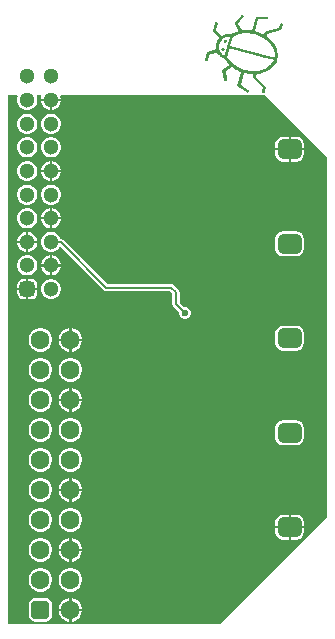
<source format=gbl>
G04*
G04 #@! TF.GenerationSoftware,Altium Limited,Altium Designer,23.3.1 (30)*
G04*
G04 Layer_Physical_Order=2*
G04 Layer_Color=16711680*
%FSLAX44Y44*%
%MOMM*%
G71*
G04*
G04 #@! TF.SameCoordinates,3F57623D-7EA3-4023-A88F-E5603923C6E2*
G04*
G04*
G04 #@! TF.FilePolarity,Positive*
G04*
G01*
G75*
%ADD10C,0.2000*%
G04:AMPARAMS|DCode=36|XSize=1.7mm|YSize=2mm|CornerRadius=0.425mm|HoleSize=0mm|Usage=FLASHONLY|Rotation=90.000|XOffset=0mm|YOffset=0mm|HoleType=Round|Shape=RoundedRectangle|*
%AMROUNDEDRECTD36*
21,1,1.7000,1.1500,0,0,90.0*
21,1,0.8500,2.0000,0,0,90.0*
1,1,0.8500,0.5750,0.4250*
1,1,0.8500,0.5750,-0.4250*
1,1,0.8500,-0.5750,-0.4250*
1,1,0.8500,-0.5750,0.4250*
%
%ADD36ROUNDEDRECTD36*%
%ADD37C,1.3000*%
G04:AMPARAMS|DCode=38|XSize=1.3mm|YSize=1.3mm|CornerRadius=0.325mm|HoleSize=0mm|Usage=FLASHONLY|Rotation=90.000|XOffset=0mm|YOffset=0mm|HoleType=Round|Shape=RoundedRectangle|*
%AMROUNDEDRECTD38*
21,1,1.3000,0.6500,0,0,90.0*
21,1,0.6500,1.3000,0,0,90.0*
1,1,0.6500,0.3250,0.3250*
1,1,0.6500,0.3250,-0.3250*
1,1,0.6500,-0.3250,-0.3250*
1,1,0.6500,-0.3250,0.3250*
%
%ADD38ROUNDEDRECTD38*%
%ADD39C,1.6000*%
G04:AMPARAMS|DCode=40|XSize=1.6mm|YSize=1.6mm|CornerRadius=0.4mm|HoleSize=0mm|Usage=FLASHONLY|Rotation=90.000|XOffset=0mm|YOffset=0mm|HoleType=Round|Shape=RoundedRectangle|*
%AMROUNDEDRECTD40*
21,1,1.6000,0.8000,0,0,90.0*
21,1,0.8000,1.6000,0,0,90.0*
1,1,0.8000,0.4000,0.4000*
1,1,0.8000,0.4000,-0.4000*
1,1,0.8000,-0.4000,-0.4000*
1,1,0.8000,-0.4000,0.4000*
%
%ADD40ROUNDEDRECTD40*%
%ADD41C,0.6000*%
G36*
X220548Y663600D02*
X220882Y663277D01*
X221051Y662833D01*
X220998Y662300D01*
X220668Y661711D01*
X216319Y655775D01*
X219369Y650667D01*
X219824Y650714D01*
X220333Y650752D01*
X220880Y650781D01*
X221448Y650804D01*
X222021Y650822D01*
X222581Y650837D01*
X223112Y650849D01*
X223598Y650860D01*
X224179Y650871D01*
X224753Y650873D01*
X225323Y650861D01*
X225892Y650832D01*
X226462Y650780D01*
X227037Y650702D01*
X227618Y650595D01*
X228208Y650452D01*
X231462Y662213D01*
X240805Y662362D01*
X241221Y662288D01*
X241519Y662063D01*
X241695Y661737D01*
X241748Y661358D01*
X241673Y660977D01*
X241467Y660643D01*
X241128Y660405D01*
X240651Y660314D01*
X233570Y660289D01*
X230823Y650037D01*
X231701Y649769D01*
X232649Y649427D01*
X233639Y649031D01*
X234639Y648603D01*
X235619Y648162D01*
X236550Y647730D01*
X237402Y647327D01*
X238144Y646974D01*
X238731Y649374D01*
X239982Y649772D01*
X241437Y650212D01*
X243033Y650679D01*
X244708Y651158D01*
X246399Y651636D01*
X248043Y652097D01*
X249578Y652528D01*
X250943Y652914D01*
X251761Y655872D01*
X251974Y656273D01*
X252312Y656504D01*
X252724Y656587D01*
X253157Y656541D01*
X253559Y656387D01*
X253881Y656145D01*
X254069Y655834D01*
X254071Y655477D01*
X252762Y650764D01*
X241075Y647579D01*
X240617Y645568D01*
X241633Y644782D01*
X242654Y643938D01*
X243665Y643028D01*
X244650Y642046D01*
X245593Y640986D01*
X246480Y639840D01*
X247296Y638602D01*
X248024Y637267D01*
X248854Y634949D01*
X249450Y632680D01*
X249782Y630463D01*
X249821Y628302D01*
X249538Y626201D01*
X248903Y624164D01*
X247887Y622194D01*
X247148Y621213D01*
X244252Y621989D01*
X246750Y625500D01*
X244618Y626129D01*
X245197Y628292D01*
X247399Y627702D01*
X247414Y629351D01*
X247355Y630818D01*
X247204Y632152D01*
X246940Y633402D01*
X246544Y634616D01*
X245996Y635842D01*
X245276Y637130D01*
X244364Y638528D01*
X242437Y640806D01*
X240029Y642841D01*
X237251Y644604D01*
X234214Y646065D01*
X231028Y647197D01*
X227804Y647971D01*
X224654Y648357D01*
X221686Y648327D01*
X219986Y648120D01*
X218439Y647845D01*
X217032Y647515D01*
X215751Y647141D01*
X214584Y646737D01*
X213518Y646315D01*
X212538Y645887D01*
X211634Y645467D01*
X209655Y637816D01*
X245182Y628296D01*
X244603Y626134D01*
X244028Y626303D01*
X239418Y627600D01*
X233580Y629213D01*
X227176Y630965D01*
X220867Y632678D01*
X215315Y634176D01*
X211180Y635281D01*
X209123Y635816D01*
X208925Y635078D01*
X208679Y634165D01*
X208403Y633133D01*
X208113Y632036D01*
X207826Y630928D01*
X207707Y630458D01*
X205508Y631047D01*
X209325Y645294D01*
X207646Y645238D01*
X206105Y644970D01*
X204709Y644489D01*
X203468Y643791D01*
X202388Y642875D01*
X201477Y641738D01*
X200742Y640379D01*
X200193Y638795D01*
X199961Y637366D01*
X200007Y635922D01*
X200311Y634505D01*
X200855Y633159D01*
X201620Y631926D01*
X202586Y630848D01*
X203734Y629967D01*
X205046Y629326D01*
X205503Y631032D01*
X207704Y630443D01*
X207557Y629863D01*
X207323Y628895D01*
X207139Y628080D01*
X211011Y623267D01*
X215991Y619631D01*
X221679Y617224D01*
X227677Y616100D01*
X233582Y616311D01*
X238997Y617914D01*
X243519Y620958D01*
X244242Y621975D01*
X247138Y621199D01*
X246459Y620297D01*
X244504Y618490D01*
X242452Y617039D01*
X240372Y615901D01*
X238332Y615036D01*
X236399Y614400D01*
X234643Y613954D01*
X233132Y613656D01*
X231934Y613464D01*
X231435Y611412D01*
X239922Y602766D01*
X238699Y598137D01*
X238529Y597842D01*
X238222Y597664D01*
X237833Y597600D01*
X237416Y597648D01*
X237027Y597805D01*
X236721Y598068D01*
X236551Y598437D01*
X236573Y598907D01*
X237379Y601977D01*
X228582Y611060D01*
X229127Y613471D01*
X228301Y613521D01*
X227424Y613609D01*
X226502Y613734D01*
X225540Y613893D01*
X224543Y614084D01*
X223515Y614306D01*
X222462Y614556D01*
X221390Y614833D01*
X218570Y604309D01*
X224930Y600382D01*
X225261Y600055D01*
X225415Y599638D01*
X225417Y599183D01*
X225295Y598743D01*
X225074Y598370D01*
X224781Y598117D01*
X224442Y598038D01*
X224082Y598183D01*
X215680Y603233D01*
X218850Y615514D01*
X218014Y615809D01*
X217032Y616240D01*
X215961Y616773D01*
X214853Y617377D01*
X213767Y618019D01*
X212757Y618666D01*
X211878Y619285D01*
X211187Y619843D01*
X205904Y616682D01*
X206695Y609224D01*
X206649Y608599D01*
X206403Y608145D01*
X206017Y607860D01*
X205554Y607745D01*
X205075Y607798D01*
X204641Y608018D01*
X204314Y608404D01*
X204156Y608956D01*
X202961Y617438D01*
X203739Y617984D01*
X204534Y618527D01*
X205336Y619063D01*
X206133Y619589D01*
X206916Y620102D01*
X207676Y620599D01*
X208401Y621077D01*
X209082Y621532D01*
X208418Y622176D01*
X207758Y622854D01*
X207437Y623210D01*
X207125Y623579D01*
X206825Y623961D01*
X206539Y624359D01*
X206169Y624948D01*
X205944Y625380D01*
X205800Y625697D01*
X205676Y625939D01*
X205509Y626145D01*
X205236Y626356D01*
X204795Y626611D01*
X204123Y626952D01*
X203165Y627479D01*
X202379Y627968D01*
X201722Y628449D01*
X201145Y628954D01*
X200605Y629513D01*
X200056Y630157D01*
X199452Y630917D01*
X198748Y631825D01*
X198158Y631689D01*
X197363Y631500D01*
X196427Y631273D01*
X195413Y631024D01*
X194384Y630767D01*
X193402Y630517D01*
X192531Y630290D01*
X191834Y630100D01*
X190616Y625052D01*
X190432Y624665D01*
X190138Y624427D01*
X189782Y624328D01*
X189407Y624354D01*
X189060Y624492D01*
X188785Y624730D01*
X188629Y625056D01*
X188637Y625456D01*
X190260Y632163D01*
X197811Y634510D01*
X197562Y636006D01*
X197467Y637379D01*
X197534Y638654D01*
X197769Y639858D01*
X198178Y641015D01*
X198768Y642153D01*
X199545Y643295D01*
X200516Y644469D01*
X195218Y650341D01*
X196893Y657003D01*
X197082Y657353D01*
X197404Y657573D01*
X197803Y657664D01*
X198223Y657625D01*
X198607Y657453D01*
X198899Y657148D01*
X199042Y656709D01*
X198982Y656135D01*
X197785Y651210D01*
X202621Y646280D01*
X203524Y646660D01*
X204336Y646999D01*
X204746Y647154D01*
X205177Y647301D01*
X205647Y647441D01*
X206168Y647574D01*
X206868Y647717D01*
X207421Y647788D01*
X207872Y647806D01*
X208262Y647789D01*
X208632Y647756D01*
X209027Y647726D01*
X209488Y647716D01*
X210056Y647747D01*
X210599Y647859D01*
X211339Y648095D01*
X212221Y648421D01*
X213187Y648803D01*
X214181Y649207D01*
X215147Y649598D01*
X216026Y649941D01*
X216764Y650203D01*
X216317Y650990D01*
X215878Y651766D01*
X215447Y652538D01*
X215021Y653309D01*
X214601Y654085D01*
X214186Y654871D01*
X213776Y655673D01*
X213368Y656495D01*
X218693Y663066D01*
X219122Y663537D01*
X219612Y663761D01*
X220106Y663772D01*
X220548Y663600D01*
D02*
G37*
G36*
X205927Y642840D02*
X206345Y642528D01*
X206632Y642086D01*
X206760Y641578D01*
X206777Y641367D01*
X206441Y640623D01*
X205940Y640305D01*
X205341Y640203D01*
X204819Y640325D01*
X204398Y640618D01*
X204109Y641031D01*
X203977Y641509D01*
X204030Y642000D01*
X204225Y642333D01*
X204948Y642847D01*
X205403Y642956D01*
X205927Y642840D01*
D02*
G37*
G36*
X204007Y635924D02*
X204452Y635642D01*
X204778Y635227D01*
X204954Y634739D01*
X204879Y634263D01*
X204730Y633795D01*
X204266Y633462D01*
X203683Y633333D01*
X203153Y633426D01*
X202708Y633690D01*
X202379Y634077D01*
X202201Y634535D01*
X202274Y634995D01*
X202425Y635467D01*
X202892Y635842D01*
X203477Y636011D01*
X204007Y635924D01*
D02*
G37*
G36*
X236265Y595913D02*
X236654Y595756D01*
X236923Y595705D01*
X237184Y595622D01*
X237601Y595574D01*
X237882Y595597D01*
X238164Y595588D01*
X238553Y595652D01*
X238768Y595732D01*
X261731Y572769D01*
X292000Y542500D01*
Y239000D01*
X201250Y148250D01*
X21500D01*
Y596000D01*
X29221D01*
X29825Y594730D01*
X29300Y592769D01*
Y590531D01*
X29879Y588369D01*
X30998Y586431D01*
X32581Y584848D01*
X34519Y583729D01*
X36681Y583150D01*
X38919D01*
X41081Y583729D01*
X43019Y584848D01*
X44602Y586431D01*
X45721Y588369D01*
X46300Y590531D01*
Y592769D01*
X45775Y594730D01*
X46379Y596000D01*
X49221D01*
X49826Y594730D01*
X49300Y592769D01*
Y592650D01*
X57800D01*
X66300D01*
Y592769D01*
X65775Y594730D01*
X66379Y596000D01*
X224451D01*
X224459Y595998D01*
X224467Y596000D01*
X236132D01*
X236265Y595913D01*
D02*
G37*
%LPC*%
G36*
X66300Y590650D02*
X58800D01*
Y583150D01*
X58919D01*
X61081Y583729D01*
X63019Y584848D01*
X64602Y586431D01*
X65721Y588369D01*
X66300Y590531D01*
Y590650D01*
D02*
G37*
G36*
X56800D02*
X49300D01*
Y590531D01*
X49879Y588369D01*
X50998Y586431D01*
X52581Y584848D01*
X54519Y583729D01*
X56681Y583150D01*
X56800D01*
Y590650D01*
D02*
G37*
G36*
X58919Y580150D02*
X56681D01*
X54519Y579571D01*
X52581Y578452D01*
X50998Y576869D01*
X49879Y574931D01*
X49300Y572769D01*
Y570531D01*
X49879Y568369D01*
X50998Y566431D01*
X52581Y564848D01*
X54519Y563729D01*
X56681Y563150D01*
X58919D01*
X61081Y563729D01*
X63019Y564848D01*
X64602Y566431D01*
X65721Y568369D01*
X66300Y570531D01*
Y572769D01*
X65721Y574931D01*
X64602Y576869D01*
X63019Y578452D01*
X61081Y579571D01*
X58919Y580150D01*
D02*
G37*
G36*
X38919D02*
X36681D01*
X34519Y579571D01*
X32581Y578452D01*
X30998Y576869D01*
X29879Y574931D01*
X29300Y572769D01*
Y570531D01*
X29879Y568369D01*
X30998Y566431D01*
X32581Y564848D01*
X34519Y563729D01*
X36681Y563150D01*
X38919D01*
X41081Y563729D01*
X43019Y564848D01*
X44602Y566431D01*
X45721Y568369D01*
X46300Y570531D01*
Y572769D01*
X45721Y574931D01*
X44602Y576869D01*
X43019Y578452D01*
X41081Y579571D01*
X38919Y580150D01*
D02*
G37*
G36*
X265750Y560622D02*
X261000D01*
Y551000D01*
X272122D01*
Y554250D01*
X271637Y556689D01*
X270256Y558756D01*
X268189Y560137D01*
X265750Y560622D01*
D02*
G37*
G36*
X259000D02*
X254250D01*
X251811Y560137D01*
X249744Y558756D01*
X248363Y556689D01*
X247878Y554250D01*
Y551000D01*
X259000D01*
Y560622D01*
D02*
G37*
G36*
X58919Y560150D02*
X56681D01*
X54519Y559571D01*
X52581Y558452D01*
X50998Y556869D01*
X49879Y554931D01*
X49300Y552769D01*
Y550531D01*
X49879Y548369D01*
X50998Y546431D01*
X52581Y544848D01*
X54519Y543729D01*
X56681Y543150D01*
X58919D01*
X61081Y543729D01*
X63019Y544848D01*
X64602Y546431D01*
X65721Y548369D01*
X66300Y550531D01*
Y552769D01*
X65721Y554931D01*
X64602Y556869D01*
X63019Y558452D01*
X61081Y559571D01*
X58919Y560150D01*
D02*
G37*
G36*
X38919D02*
X36681D01*
X34519Y559571D01*
X32581Y558452D01*
X30998Y556869D01*
X29879Y554931D01*
X29300Y552769D01*
Y550531D01*
X29879Y548369D01*
X30998Y546431D01*
X32581Y544848D01*
X34519Y543729D01*
X36681Y543150D01*
X38919D01*
X41081Y543729D01*
X43019Y544848D01*
X44602Y546431D01*
X45721Y548369D01*
X46300Y550531D01*
Y552769D01*
X45721Y554931D01*
X44602Y556869D01*
X43019Y558452D01*
X41081Y559571D01*
X38919Y560150D01*
D02*
G37*
G36*
X272122Y549000D02*
X261000D01*
Y539378D01*
X265750D01*
X268189Y539863D01*
X270256Y541244D01*
X271637Y543311D01*
X272122Y545750D01*
Y549000D01*
D02*
G37*
G36*
X259000D02*
X247878D01*
Y545750D01*
X248363Y543311D01*
X249744Y541244D01*
X251811Y539863D01*
X254250Y539378D01*
X259000D01*
Y549000D01*
D02*
G37*
G36*
X58919Y540150D02*
X58800D01*
Y532650D01*
X66300D01*
Y532769D01*
X65721Y534931D01*
X64602Y536869D01*
X63019Y538452D01*
X61081Y539571D01*
X58919Y540150D01*
D02*
G37*
G36*
X56800D02*
X56681D01*
X54519Y539571D01*
X52581Y538452D01*
X50998Y536869D01*
X49879Y534931D01*
X49300Y532769D01*
Y532650D01*
X56800D01*
Y540150D01*
D02*
G37*
G36*
X66300Y530650D02*
X58800D01*
Y523150D01*
X58919D01*
X61081Y523729D01*
X63019Y524848D01*
X64602Y526431D01*
X65721Y528369D01*
X66300Y530531D01*
Y530650D01*
D02*
G37*
G36*
X56800D02*
X49300D01*
Y530531D01*
X49879Y528369D01*
X50998Y526431D01*
X52581Y524848D01*
X54519Y523729D01*
X56681Y523150D01*
X56800D01*
Y530650D01*
D02*
G37*
G36*
X38919Y540150D02*
X36681D01*
X34519Y539571D01*
X32581Y538452D01*
X30998Y536869D01*
X29879Y534931D01*
X29300Y532769D01*
Y530531D01*
X29879Y528369D01*
X30998Y526431D01*
X32581Y524848D01*
X34519Y523729D01*
X36681Y523150D01*
X38919D01*
X41081Y523729D01*
X43019Y524848D01*
X44602Y526431D01*
X45721Y528369D01*
X46300Y530531D01*
Y532769D01*
X45721Y534931D01*
X44602Y536869D01*
X43019Y538452D01*
X41081Y539571D01*
X38919Y540150D01*
D02*
G37*
G36*
X58919Y520150D02*
X56681D01*
X54519Y519571D01*
X52581Y518452D01*
X50998Y516869D01*
X49879Y514931D01*
X49300Y512769D01*
Y510531D01*
X49879Y508369D01*
X50998Y506431D01*
X52581Y504848D01*
X54519Y503729D01*
X56681Y503150D01*
X58919D01*
X61081Y503729D01*
X63019Y504848D01*
X64602Y506431D01*
X65721Y508369D01*
X66300Y510531D01*
Y512769D01*
X65721Y514931D01*
X64602Y516869D01*
X63019Y518452D01*
X61081Y519571D01*
X58919Y520150D01*
D02*
G37*
G36*
X38919D02*
X36681D01*
X34519Y519571D01*
X32581Y518452D01*
X30998Y516869D01*
X29879Y514931D01*
X29300Y512769D01*
Y510531D01*
X29879Y508369D01*
X30998Y506431D01*
X32581Y504848D01*
X34519Y503729D01*
X36681Y503150D01*
X38919D01*
X41081Y503729D01*
X43019Y504848D01*
X44602Y506431D01*
X45721Y508369D01*
X46300Y510531D01*
Y512769D01*
X45721Y514931D01*
X44602Y516869D01*
X43019Y518452D01*
X41081Y519571D01*
X38919Y520150D01*
D02*
G37*
G36*
X58919Y500150D02*
X58800D01*
Y492650D01*
X66300D01*
Y492769D01*
X65721Y494931D01*
X64602Y496869D01*
X63019Y498452D01*
X61081Y499571D01*
X58919Y500150D01*
D02*
G37*
G36*
X56800D02*
X56681D01*
X54519Y499571D01*
X52581Y498452D01*
X50998Y496869D01*
X49879Y494931D01*
X49300Y492769D01*
Y492650D01*
X56800D01*
Y500150D01*
D02*
G37*
G36*
X66300Y490650D02*
X58800D01*
Y483150D01*
X58919D01*
X61081Y483729D01*
X63019Y484848D01*
X64602Y486431D01*
X65721Y488369D01*
X66300Y490531D01*
Y490650D01*
D02*
G37*
G36*
X56800D02*
X49300D01*
Y490531D01*
X49879Y488369D01*
X50998Y486431D01*
X52581Y484848D01*
X54519Y483729D01*
X56681Y483150D01*
X56800D01*
Y490650D01*
D02*
G37*
G36*
X38919Y500150D02*
X36681D01*
X34519Y499571D01*
X32581Y498452D01*
X30998Y496869D01*
X29879Y494931D01*
X29300Y492769D01*
Y490531D01*
X29879Y488369D01*
X30998Y486431D01*
X32581Y484848D01*
X34519Y483729D01*
X36681Y483150D01*
X38919D01*
X41081Y483729D01*
X43019Y484848D01*
X44602Y486431D01*
X45721Y488369D01*
X46300Y490531D01*
Y492769D01*
X45721Y494931D01*
X44602Y496869D01*
X43019Y498452D01*
X41081Y499571D01*
X38919Y500150D01*
D02*
G37*
G36*
Y480150D02*
X38800D01*
Y472650D01*
X46300D01*
Y472769D01*
X45721Y474931D01*
X44602Y476869D01*
X43019Y478452D01*
X41081Y479571D01*
X38919Y480150D01*
D02*
G37*
G36*
X36800D02*
X36681D01*
X34519Y479571D01*
X32581Y478452D01*
X30998Y476869D01*
X29879Y474931D01*
X29300Y472769D01*
Y472650D01*
X36800D01*
Y480150D01*
D02*
G37*
G36*
X46300Y470650D02*
X38800D01*
Y463150D01*
X38919D01*
X41081Y463729D01*
X43019Y464848D01*
X44602Y466431D01*
X45721Y468369D01*
X46300Y470531D01*
Y470650D01*
D02*
G37*
G36*
X36800D02*
X29300D01*
Y470531D01*
X29879Y468369D01*
X30998Y466431D01*
X32581Y464848D01*
X34519Y463729D01*
X36681Y463150D01*
X36800D01*
Y470650D01*
D02*
G37*
G36*
X265750Y480622D02*
X254250D01*
X251811Y480137D01*
X249744Y478756D01*
X248363Y476689D01*
X247878Y474250D01*
Y465750D01*
X248363Y463311D01*
X249744Y461244D01*
X251811Y459863D01*
X254250Y459378D01*
X265750D01*
X268189Y459863D01*
X270256Y461244D01*
X271637Y463311D01*
X272122Y465750D01*
Y474250D01*
X271637Y476689D01*
X270256Y478756D01*
X268189Y480137D01*
X265750Y480622D01*
D02*
G37*
G36*
X58919Y460150D02*
X58800D01*
Y452650D01*
X66300D01*
Y452769D01*
X65721Y454931D01*
X64602Y456869D01*
X63019Y458452D01*
X61081Y459571D01*
X58919Y460150D01*
D02*
G37*
G36*
X56800D02*
X56681D01*
X54519Y459571D01*
X52581Y458452D01*
X50998Y456869D01*
X49879Y454931D01*
X49300Y452769D01*
Y452650D01*
X56800D01*
Y460150D01*
D02*
G37*
G36*
X66300Y450650D02*
X58800D01*
Y443150D01*
X58919D01*
X61081Y443729D01*
X63019Y444848D01*
X64602Y446431D01*
X65721Y448369D01*
X66300Y450531D01*
Y450650D01*
D02*
G37*
G36*
X56800D02*
X49300D01*
Y450531D01*
X49879Y448369D01*
X50998Y446431D01*
X52581Y444848D01*
X54519Y443729D01*
X56681Y443150D01*
X56800D01*
Y450650D01*
D02*
G37*
G36*
X38919Y460150D02*
X36681D01*
X34519Y459571D01*
X32581Y458452D01*
X30998Y456869D01*
X29879Y454931D01*
X29300Y452769D01*
Y450531D01*
X29879Y448369D01*
X30998Y446431D01*
X32581Y444848D01*
X34519Y443729D01*
X36681Y443150D01*
X38919D01*
X41081Y443729D01*
X43019Y444848D01*
X44602Y446431D01*
X45721Y448369D01*
X46300Y450531D01*
Y452769D01*
X45721Y454931D01*
X44602Y456869D01*
X43019Y458452D01*
X41081Y459571D01*
X38919Y460150D01*
D02*
G37*
G36*
X41050Y440253D02*
X38800D01*
Y432650D01*
X46403D01*
Y434900D01*
X45995Y436948D01*
X44835Y438685D01*
X43098Y439845D01*
X41050Y440253D01*
D02*
G37*
G36*
X36800D02*
X34550D01*
X32502Y439845D01*
X30765Y438685D01*
X29605Y436948D01*
X29197Y434900D01*
Y432650D01*
X36800D01*
Y440253D01*
D02*
G37*
G36*
X58919Y440150D02*
X56681D01*
X54519Y439571D01*
X52581Y438452D01*
X50998Y436869D01*
X49879Y434931D01*
X49300Y432769D01*
Y430531D01*
X49879Y428369D01*
X50998Y426431D01*
X52581Y424848D01*
X54519Y423729D01*
X56681Y423150D01*
X58919D01*
X61081Y423729D01*
X63019Y424848D01*
X64602Y426431D01*
X65721Y428369D01*
X66300Y430531D01*
Y432769D01*
X65721Y434931D01*
X64602Y436869D01*
X63019Y438452D01*
X61081Y439571D01*
X58919Y440150D01*
D02*
G37*
G36*
X46403Y430650D02*
X38800D01*
Y423047D01*
X41050D01*
X43098Y423455D01*
X44835Y424615D01*
X45995Y426352D01*
X46403Y428400D01*
Y430650D01*
D02*
G37*
G36*
X36800D02*
X29197D01*
Y428400D01*
X29605Y426352D01*
X30765Y424615D01*
X32502Y423455D01*
X34550Y423047D01*
X36800D01*
Y430650D01*
D02*
G37*
G36*
X58919Y480150D02*
X56681D01*
X54519Y479571D01*
X52581Y478452D01*
X50998Y476869D01*
X49879Y474931D01*
X49300Y472769D01*
Y470531D01*
X49879Y468369D01*
X50998Y466431D01*
X52581Y464848D01*
X54519Y463729D01*
X56681Y463150D01*
X58919D01*
X61081Y463729D01*
X63019Y464848D01*
X64602Y466431D01*
X64864Y466885D01*
X66123Y467051D01*
X102587Y430587D01*
X102587Y430587D01*
X103580Y429924D01*
X104750Y429691D01*
X104750Y429691D01*
X158483D01*
X160691Y427483D01*
Y418750D01*
X160691Y418750D01*
X160924Y417579D01*
X161587Y416587D01*
X166250Y411924D01*
Y410255D01*
X167011Y408418D01*
X168418Y407011D01*
X170255Y406250D01*
X172245D01*
X174082Y407011D01*
X175489Y408418D01*
X176250Y410255D01*
Y412245D01*
X175489Y414082D01*
X174082Y415489D01*
X172245Y416250D01*
X170576D01*
X166809Y420017D01*
Y428750D01*
X166809Y428750D01*
X166576Y429921D01*
X165913Y430913D01*
X165913Y430913D01*
X161913Y434913D01*
X160921Y435576D01*
X159750Y435809D01*
X159750Y435809D01*
X106017D01*
X68291Y473535D01*
X67299Y474198D01*
X66128Y474430D01*
X66128Y474430D01*
X65855D01*
X65721Y474931D01*
X64602Y476869D01*
X63019Y478452D01*
X61081Y479571D01*
X58919Y480150D01*
D02*
G37*
G36*
X75717Y398600D02*
X75400D01*
Y389600D01*
X84400D01*
Y389916D01*
X83719Y392460D01*
X82402Y394740D01*
X80540Y396602D01*
X78260Y397919D01*
X75717Y398600D01*
D02*
G37*
G36*
X73400D02*
X73084D01*
X70540Y397919D01*
X68260Y396602D01*
X66398Y394740D01*
X65082Y392460D01*
X64400Y389916D01*
Y389600D01*
X73400D01*
Y398600D01*
D02*
G37*
G36*
X265750Y400622D02*
X254250D01*
X251811Y400137D01*
X249744Y398756D01*
X248363Y396689D01*
X247878Y394250D01*
Y385750D01*
X248363Y383311D01*
X249744Y381244D01*
X251811Y379863D01*
X254250Y379378D01*
X265750D01*
X268189Y379863D01*
X270256Y381244D01*
X271637Y383311D01*
X272122Y385750D01*
Y394250D01*
X271637Y396689D01*
X270256Y398756D01*
X268189Y400137D01*
X265750Y400622D01*
D02*
G37*
G36*
X84400Y387600D02*
X75400D01*
Y378600D01*
X75717D01*
X78260Y379282D01*
X80540Y380598D01*
X82402Y382460D01*
X83719Y384740D01*
X84400Y387284D01*
Y387600D01*
D02*
G37*
G36*
X73400D02*
X64400D01*
Y387284D01*
X65082Y384740D01*
X66398Y382460D01*
X68260Y380598D01*
X70540Y379282D01*
X73084Y378600D01*
X73400D01*
Y387600D01*
D02*
G37*
G36*
X50317Y398600D02*
X47684D01*
X45140Y397919D01*
X42860Y396602D01*
X40998Y394740D01*
X39681Y392460D01*
X39000Y389916D01*
Y387284D01*
X39681Y384740D01*
X40998Y382460D01*
X42860Y380598D01*
X45140Y379282D01*
X47684Y378600D01*
X50317D01*
X52860Y379282D01*
X55140Y380598D01*
X57002Y382460D01*
X58319Y384740D01*
X59000Y387284D01*
Y389916D01*
X58319Y392460D01*
X57002Y394740D01*
X55140Y396602D01*
X52860Y397919D01*
X50317Y398600D01*
D02*
G37*
G36*
X75717Y373200D02*
X73084D01*
X70540Y372519D01*
X68260Y371202D01*
X66398Y369340D01*
X65082Y367060D01*
X64400Y364516D01*
Y361884D01*
X65082Y359340D01*
X66398Y357060D01*
X68260Y355198D01*
X70540Y353881D01*
X73084Y353200D01*
X75717D01*
X78260Y353881D01*
X80540Y355198D01*
X82402Y357060D01*
X83719Y359340D01*
X84400Y361884D01*
Y364516D01*
X83719Y367060D01*
X82402Y369340D01*
X80540Y371202D01*
X78260Y372519D01*
X75717Y373200D01*
D02*
G37*
G36*
X50317D02*
X47684D01*
X45140Y372519D01*
X42860Y371202D01*
X40998Y369340D01*
X39681Y367060D01*
X39000Y364516D01*
Y361884D01*
X39681Y359340D01*
X40998Y357060D01*
X42860Y355198D01*
X45140Y353881D01*
X47684Y353200D01*
X50317D01*
X52860Y353881D01*
X55140Y355198D01*
X57002Y357060D01*
X58319Y359340D01*
X59000Y361884D01*
Y364516D01*
X58319Y367060D01*
X57002Y369340D01*
X55140Y371202D01*
X52860Y372519D01*
X50317Y373200D01*
D02*
G37*
G36*
X75717Y347800D02*
X75400D01*
Y338800D01*
X84400D01*
Y339117D01*
X83719Y341660D01*
X82402Y343940D01*
X80540Y345802D01*
X78260Y347118D01*
X75717Y347800D01*
D02*
G37*
G36*
X73400D02*
X73084D01*
X70540Y347118D01*
X68260Y345802D01*
X66398Y343940D01*
X65082Y341660D01*
X64400Y339117D01*
Y338800D01*
X73400D01*
Y347800D01*
D02*
G37*
G36*
X84400Y336800D02*
X75400D01*
Y327800D01*
X75717D01*
X78260Y328481D01*
X80540Y329798D01*
X82402Y331660D01*
X83719Y333940D01*
X84400Y336483D01*
Y336800D01*
D02*
G37*
G36*
X73400D02*
X64400D01*
Y336483D01*
X65082Y333940D01*
X66398Y331660D01*
X68260Y329798D01*
X70540Y328481D01*
X73084Y327800D01*
X73400D01*
Y336800D01*
D02*
G37*
G36*
X50317Y347800D02*
X47684D01*
X45140Y347118D01*
X42860Y345802D01*
X40998Y343940D01*
X39681Y341660D01*
X39000Y339117D01*
Y336483D01*
X39681Y333940D01*
X40998Y331660D01*
X42860Y329798D01*
X45140Y328481D01*
X47684Y327800D01*
X50317D01*
X52860Y328481D01*
X55140Y329798D01*
X57002Y331660D01*
X58319Y333940D01*
X59000Y336483D01*
Y339117D01*
X58319Y341660D01*
X57002Y343940D01*
X55140Y345802D01*
X52860Y347118D01*
X50317Y347800D01*
D02*
G37*
G36*
X75717Y322400D02*
X73084D01*
X70540Y321718D01*
X68260Y320402D01*
X66398Y318540D01*
X65082Y316260D01*
X64400Y313717D01*
Y311084D01*
X65082Y308540D01*
X66398Y306260D01*
X68260Y304398D01*
X70540Y303081D01*
X73084Y302400D01*
X75717D01*
X78260Y303081D01*
X80540Y304398D01*
X82402Y306260D01*
X83719Y308540D01*
X84400Y311084D01*
Y313717D01*
X83719Y316260D01*
X82402Y318540D01*
X80540Y320402D01*
X78260Y321718D01*
X75717Y322400D01*
D02*
G37*
G36*
X50317D02*
X47684D01*
X45140Y321718D01*
X42860Y320402D01*
X40998Y318540D01*
X39681Y316260D01*
X39000Y313717D01*
Y311084D01*
X39681Y308540D01*
X40998Y306260D01*
X42860Y304398D01*
X45140Y303081D01*
X47684Y302400D01*
X50317D01*
X52860Y303081D01*
X55140Y304398D01*
X57002Y306260D01*
X58319Y308540D01*
X59000Y311084D01*
Y313717D01*
X58319Y316260D01*
X57002Y318540D01*
X55140Y320402D01*
X52860Y321718D01*
X50317Y322400D01*
D02*
G37*
G36*
X265750Y320622D02*
X254250D01*
X251811Y320137D01*
X249744Y318756D01*
X248363Y316689D01*
X247878Y314250D01*
Y305750D01*
X248363Y303311D01*
X249744Y301244D01*
X251811Y299863D01*
X254250Y299378D01*
X265750D01*
X268189Y299863D01*
X270256Y301244D01*
X271637Y303311D01*
X272122Y305750D01*
Y314250D01*
X271637Y316689D01*
X270256Y318756D01*
X268189Y320137D01*
X265750Y320622D01*
D02*
G37*
G36*
X75717Y297000D02*
X73084D01*
X70540Y296318D01*
X68260Y295002D01*
X66398Y293140D01*
X65082Y290860D01*
X64400Y288316D01*
Y285683D01*
X65082Y283140D01*
X66398Y280860D01*
X68260Y278998D01*
X70540Y277682D01*
X73084Y277000D01*
X75717D01*
X78260Y277682D01*
X80540Y278998D01*
X82402Y280860D01*
X83719Y283140D01*
X84400Y285683D01*
Y288316D01*
X83719Y290860D01*
X82402Y293140D01*
X80540Y295002D01*
X78260Y296318D01*
X75717Y297000D01*
D02*
G37*
G36*
X50317D02*
X47684D01*
X45140Y296318D01*
X42860Y295002D01*
X40998Y293140D01*
X39681Y290860D01*
X39000Y288316D01*
Y285683D01*
X39681Y283140D01*
X40998Y280860D01*
X42860Y278998D01*
X45140Y277682D01*
X47684Y277000D01*
X50317D01*
X52860Y277682D01*
X55140Y278998D01*
X57002Y280860D01*
X58319Y283140D01*
X59000Y285683D01*
Y288316D01*
X58319Y290860D01*
X57002Y293140D01*
X55140Y295002D01*
X52860Y296318D01*
X50317Y297000D01*
D02*
G37*
G36*
X75717Y271600D02*
X75400D01*
Y262600D01*
X84400D01*
Y262917D01*
X83719Y265460D01*
X82402Y267740D01*
X80540Y269602D01*
X78260Y270919D01*
X75717Y271600D01*
D02*
G37*
G36*
X73400D02*
X73084D01*
X70540Y270919D01*
X68260Y269602D01*
X66398Y267740D01*
X65082Y265460D01*
X64400Y262917D01*
Y262600D01*
X73400D01*
Y271600D01*
D02*
G37*
G36*
X84400Y260600D02*
X75400D01*
Y251600D01*
X75717D01*
X78260Y252281D01*
X80540Y253598D01*
X82402Y255460D01*
X83719Y257740D01*
X84400Y260284D01*
Y260600D01*
D02*
G37*
G36*
X73400D02*
X64400D01*
Y260284D01*
X65082Y257740D01*
X66398Y255460D01*
X68260Y253598D01*
X70540Y252281D01*
X73084Y251600D01*
X73400D01*
Y260600D01*
D02*
G37*
G36*
X50317Y271600D02*
X47684D01*
X45140Y270919D01*
X42860Y269602D01*
X40998Y267740D01*
X39681Y265460D01*
X39000Y262917D01*
Y260284D01*
X39681Y257740D01*
X40998Y255460D01*
X42860Y253598D01*
X45140Y252281D01*
X47684Y251600D01*
X50317D01*
X52860Y252281D01*
X55140Y253598D01*
X57002Y255460D01*
X58319Y257740D01*
X59000Y260284D01*
Y262917D01*
X58319Y265460D01*
X57002Y267740D01*
X55140Y269602D01*
X52860Y270919D01*
X50317Y271600D01*
D02*
G37*
G36*
X265750Y240622D02*
X261000D01*
Y231000D01*
X272122D01*
Y234250D01*
X271637Y236689D01*
X270256Y238756D01*
X268189Y240137D01*
X265750Y240622D01*
D02*
G37*
G36*
X259000D02*
X254250D01*
X251811Y240137D01*
X249744Y238756D01*
X248363Y236689D01*
X247878Y234250D01*
Y231000D01*
X259000D01*
Y240622D01*
D02*
G37*
G36*
X75717Y246200D02*
X73084D01*
X70540Y245518D01*
X68260Y244202D01*
X66398Y242340D01*
X65082Y240060D01*
X64400Y237516D01*
Y234883D01*
X65082Y232340D01*
X66398Y230060D01*
X68260Y228198D01*
X70540Y226882D01*
X73084Y226200D01*
X75717D01*
X78260Y226882D01*
X80540Y228198D01*
X82402Y230060D01*
X83719Y232340D01*
X84400Y234883D01*
Y237516D01*
X83719Y240060D01*
X82402Y242340D01*
X80540Y244202D01*
X78260Y245518D01*
X75717Y246200D01*
D02*
G37*
G36*
X50317D02*
X47684D01*
X45140Y245518D01*
X42860Y244202D01*
X40998Y242340D01*
X39681Y240060D01*
X39000Y237516D01*
Y234883D01*
X39681Y232340D01*
X40998Y230060D01*
X42860Y228198D01*
X45140Y226882D01*
X47684Y226200D01*
X50317D01*
X52860Y226882D01*
X55140Y228198D01*
X57002Y230060D01*
X58319Y232340D01*
X59000Y234883D01*
Y237516D01*
X58319Y240060D01*
X57002Y242340D01*
X55140Y244202D01*
X52860Y245518D01*
X50317Y246200D01*
D02*
G37*
G36*
X272122Y229000D02*
X261000D01*
Y219378D01*
X265750D01*
X268189Y219863D01*
X270256Y221244D01*
X271637Y223311D01*
X272122Y225750D01*
Y229000D01*
D02*
G37*
G36*
X259000D02*
X247878D01*
Y225750D01*
X248363Y223311D01*
X249744Y221244D01*
X251811Y219863D01*
X254250Y219378D01*
X259000D01*
Y229000D01*
D02*
G37*
G36*
X75717Y220800D02*
X75400D01*
Y211800D01*
X84400D01*
Y212117D01*
X83719Y214660D01*
X82402Y216940D01*
X80540Y218802D01*
X78260Y220119D01*
X75717Y220800D01*
D02*
G37*
G36*
X73400D02*
X73084D01*
X70540Y220119D01*
X68260Y218802D01*
X66398Y216940D01*
X65082Y214660D01*
X64400Y212117D01*
Y211800D01*
X73400D01*
Y220800D01*
D02*
G37*
G36*
X84400Y209800D02*
X75400D01*
Y200800D01*
X75717D01*
X78260Y201481D01*
X80540Y202798D01*
X82402Y204660D01*
X83719Y206940D01*
X84400Y209484D01*
Y209800D01*
D02*
G37*
G36*
X73400D02*
X64400D01*
Y209484D01*
X65082Y206940D01*
X66398Y204660D01*
X68260Y202798D01*
X70540Y201481D01*
X73084Y200800D01*
X73400D01*
Y209800D01*
D02*
G37*
G36*
X50317Y220800D02*
X47684D01*
X45140Y220119D01*
X42860Y218802D01*
X40998Y216940D01*
X39681Y214660D01*
X39000Y212117D01*
Y209484D01*
X39681Y206940D01*
X40998Y204660D01*
X42860Y202798D01*
X45140Y201481D01*
X47684Y200800D01*
X50317D01*
X52860Y201481D01*
X55140Y202798D01*
X57002Y204660D01*
X58319Y206940D01*
X59000Y209484D01*
Y212117D01*
X58319Y214660D01*
X57002Y216940D01*
X55140Y218802D01*
X52860Y220119D01*
X50317Y220800D01*
D02*
G37*
G36*
X75717Y195400D02*
X73084D01*
X70540Y194718D01*
X68260Y193402D01*
X66398Y191540D01*
X65082Y189260D01*
X64400Y186716D01*
Y184083D01*
X65082Y181540D01*
X66398Y179260D01*
X68260Y177398D01*
X70540Y176082D01*
X73084Y175400D01*
X75717D01*
X78260Y176082D01*
X80540Y177398D01*
X82402Y179260D01*
X83719Y181540D01*
X84400Y184083D01*
Y186716D01*
X83719Y189260D01*
X82402Y191540D01*
X80540Y193402D01*
X78260Y194718D01*
X75717Y195400D01*
D02*
G37*
G36*
X50317D02*
X47684D01*
X45140Y194718D01*
X42860Y193402D01*
X40998Y191540D01*
X39681Y189260D01*
X39000Y186716D01*
Y184083D01*
X39681Y181540D01*
X40998Y179260D01*
X42860Y177398D01*
X45140Y176082D01*
X47684Y175400D01*
X50317D01*
X52860Y176082D01*
X55140Y177398D01*
X57002Y179260D01*
X58319Y181540D01*
X59000Y184083D01*
Y186716D01*
X58319Y189260D01*
X57002Y191540D01*
X55140Y193402D01*
X52860Y194718D01*
X50317Y195400D01*
D02*
G37*
G36*
X75717Y170000D02*
X75400D01*
Y161000D01*
X84400D01*
Y161317D01*
X83719Y163860D01*
X82402Y166140D01*
X80540Y168002D01*
X78260Y169319D01*
X75717Y170000D01*
D02*
G37*
G36*
X73400D02*
X73084D01*
X70540Y169319D01*
X68260Y168002D01*
X66398Y166140D01*
X65082Y163860D01*
X64400Y161317D01*
Y161000D01*
X73400D01*
Y170000D01*
D02*
G37*
G36*
X84400Y159000D02*
X75400D01*
Y150000D01*
X75717D01*
X78260Y150681D01*
X80540Y151998D01*
X82402Y153860D01*
X83719Y156140D01*
X84400Y158684D01*
Y159000D01*
D02*
G37*
G36*
X73400D02*
X64400D01*
Y158684D01*
X65082Y156140D01*
X66398Y153860D01*
X68260Y151998D01*
X70540Y150681D01*
X73084Y150000D01*
X73400D01*
Y159000D01*
D02*
G37*
G36*
X53000Y170117D02*
X45000D01*
X42659Y169652D01*
X40674Y168326D01*
X39348Y166341D01*
X38883Y164000D01*
Y156000D01*
X39348Y153659D01*
X40674Y151674D01*
X42659Y150348D01*
X45000Y149882D01*
X53000D01*
X55341Y150348D01*
X57326Y151674D01*
X58652Y153659D01*
X59117Y156000D01*
Y164000D01*
X58652Y166341D01*
X57326Y168326D01*
X55341Y169652D01*
X53000Y170117D01*
D02*
G37*
%LPD*%
D10*
X66128Y471372D02*
X104750Y432750D01*
X163750Y418750D02*
Y428750D01*
Y418750D02*
X171250Y411250D01*
X159750Y432750D02*
X163750Y428750D01*
X104750Y432750D02*
X159750D01*
X57800Y471650D02*
X58078Y471372D01*
X66128D01*
D36*
X260000Y550000D02*
D03*
Y230000D02*
D03*
Y390000D02*
D03*
Y470000D02*
D03*
Y310000D02*
D03*
D37*
X37800Y471650D02*
D03*
X57800Y451650D02*
D03*
Y611650D02*
D03*
X37800D02*
D03*
X57800Y591650D02*
D03*
X37800D02*
D03*
X57800Y571650D02*
D03*
X37800D02*
D03*
X57800Y551650D02*
D03*
X37800D02*
D03*
X57800Y531650D02*
D03*
X37800D02*
D03*
X57800Y511650D02*
D03*
X37800D02*
D03*
X57800Y491650D02*
D03*
X37800D02*
D03*
X57800Y471650D02*
D03*
X37800Y451650D02*
D03*
X57800Y431650D02*
D03*
D38*
X37800D02*
D03*
D39*
X74400Y160000D02*
D03*
X49000Y185400D02*
D03*
X74400D02*
D03*
X49000Y210800D02*
D03*
X74400D02*
D03*
X49000Y236200D02*
D03*
X74400D02*
D03*
X49000Y261600D02*
D03*
X74400D02*
D03*
X49000Y287000D02*
D03*
X74400D02*
D03*
X49000Y312400D02*
D03*
X74400D02*
D03*
X49000Y337800D02*
D03*
X74400D02*
D03*
X49000Y363200D02*
D03*
X74400D02*
D03*
X49000Y388600D02*
D03*
X74400D02*
D03*
D40*
X49000Y160000D02*
D03*
D41*
X169500Y462500D02*
D03*
X157500D02*
D03*
X145500D02*
D03*
X133500D02*
D03*
Y450500D02*
D03*
X145500D02*
D03*
X157500D02*
D03*
X169500D02*
D03*
Y438500D02*
D03*
X157500D02*
D03*
X145500D02*
D03*
X133500D02*
D03*
Y426500D02*
D03*
X145500D02*
D03*
X157500D02*
D03*
X169500D02*
D03*
X27250Y321250D02*
D03*
X30250Y157500D02*
D03*
X27500Y581250D02*
D03*
X211963Y385161D02*
D03*
X208500Y371000D02*
D03*
X176500D02*
D03*
X151500Y389750D02*
D03*
X71250Y478750D02*
D03*
X72750Y453500D02*
D03*
X108500Y445500D02*
D03*
X71500Y425250D02*
D03*
X52000Y409750D02*
D03*
X104750Y421250D02*
D03*
X116750Y368250D02*
D03*
X116000Y396500D02*
D03*
X129750Y395250D02*
D03*
X169500Y402750D02*
D03*
X153750Y354250D02*
D03*
X166125Y488750D02*
D03*
X196500Y443250D02*
D03*
X171250Y411250D02*
D03*
M02*

</source>
